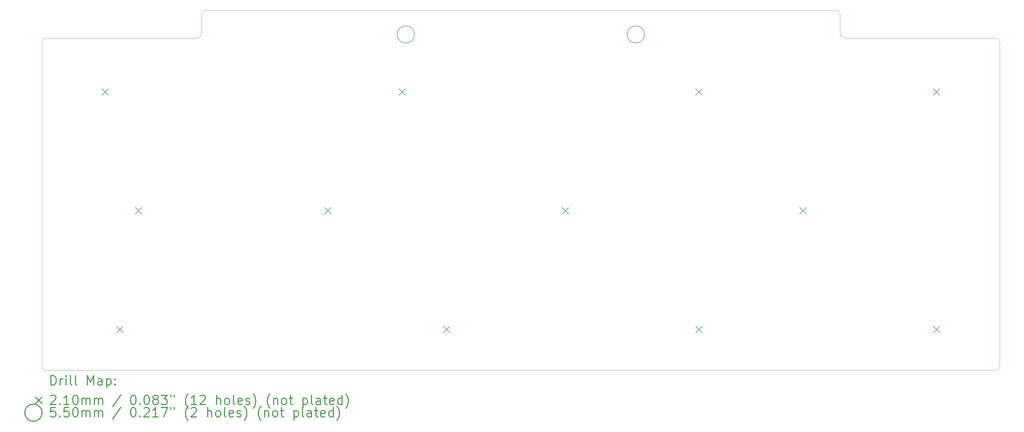
<source format=gbr>
%FSLAX45Y45*%
G04 Gerber Fmt 4.5, Leading zero omitted, Abs format (unit mm)*
G04 Created by KiCad (PCBNEW (5.1.8-0-10_14)) date 2021-11-24 06:39:21*
%MOMM*%
%LPD*%
G01*
G04 APERTURE LIST*
%TA.AperFunction,Profile*%
%ADD10C,0.050000*%
%TD*%
%ADD11C,0.200000*%
%ADD12C,0.300000*%
G04 APERTURE END LIST*
D10*
X-654844Y-13335011D02*
X-654844Y-13513605D01*
X-535782Y-13632668D02*
G75*
G02*
X-654844Y-13513605I0J119063D01*
G01*
X29944244Y-13632668D02*
X-535782Y-13632668D01*
X30063306Y-13513605D02*
X30063306Y-13335011D01*
X30063306Y-13513605D02*
G75*
G02*
X29944244Y-13632668I-119063J0D01*
G01*
X-654844Y-3095628D02*
X-654844Y-13335011D01*
X4583910Y-2083595D02*
X24824552Y-2083595D01*
X4464848Y-2202658D02*
G75*
G02*
X4583910Y-2083595I119063J0D01*
G01*
X4464848Y-2797971D02*
X4464848Y-2202658D01*
X4286254Y-2976565D02*
X-535782Y-2976565D01*
X4464848Y-2797971D02*
G75*
G02*
X4286254Y-2976565I-178594J0D01*
G01*
X-654844Y-3095628D02*
G75*
G02*
X-535782Y-2976565I119063J0D01*
G01*
X30063306Y-3095628D02*
X30063306Y-13335011D01*
X29944244Y-2976565D02*
G75*
G02*
X30063306Y-3095628I0J-119063D01*
G01*
X25122209Y-2976565D02*
X29944244Y-2976565D01*
X25122209Y-2976565D02*
G75*
G02*
X24943615Y-2797971I0J178594D01*
G01*
X24943615Y-2202658D02*
X24943615Y-2797971D01*
X24824552Y-2083595D02*
G75*
G02*
X24943615Y-2202658I0J-119063D01*
G01*
D11*
X1740470Y-12217979D02*
X1950470Y-12427979D01*
X1950470Y-12217979D02*
X1740470Y-12427979D01*
X12217979Y-12217979D02*
X12427979Y-12427979D01*
X12427979Y-12217979D02*
X12217979Y-12427979D01*
X20314236Y-12217979D02*
X20524236Y-12427979D01*
X20524236Y-12217979D02*
X20314236Y-12427979D01*
X27934242Y-12217979D02*
X28144242Y-12427979D01*
X28144242Y-12217979D02*
X27934242Y-12427979D01*
X23647989Y-8407976D02*
X23857989Y-8617976D01*
X23857989Y-8407976D02*
X23647989Y-8617976D01*
X16027982Y-8407976D02*
X16237982Y-8617976D01*
X16237982Y-8407976D02*
X16027982Y-8617976D01*
X8407976Y-8407976D02*
X8617976Y-8617976D01*
X8617976Y-8407976D02*
X8407976Y-8617976D01*
X2335783Y-8407976D02*
X2545783Y-8617976D01*
X2545783Y-8407976D02*
X2335783Y-8617976D01*
X27934242Y-4597973D02*
X28144242Y-4807973D01*
X28144242Y-4597973D02*
X27934242Y-4807973D01*
X20314236Y-4597973D02*
X20524236Y-4807973D01*
X20524236Y-4597973D02*
X20314236Y-4807973D01*
X10789228Y-4597973D02*
X10999228Y-4807973D01*
X10999228Y-4597973D02*
X10789228Y-4807973D01*
X1264220Y-4597973D02*
X1474220Y-4807973D01*
X1474220Y-4597973D02*
X1264220Y-4807973D01*
X11288290Y-2857502D02*
G75*
G03*
X11288290Y-2857502I-275000J0D01*
G01*
X18670172Y-2857502D02*
G75*
G03*
X18670172Y-2857502I-275000J0D01*
G01*
D12*
X-370916Y-14100882D02*
X-370916Y-13800882D01*
X-299487Y-13800882D01*
X-256630Y-13815168D01*
X-228059Y-13843739D01*
X-213773Y-13872311D01*
X-199487Y-13929453D01*
X-199487Y-13972311D01*
X-213773Y-14029453D01*
X-228059Y-14058025D01*
X-256630Y-14086596D01*
X-299487Y-14100882D01*
X-370916Y-14100882D01*
X-70916Y-14100882D02*
X-70916Y-13900882D01*
X-70916Y-13958025D02*
X-56630Y-13929453D01*
X-42344Y-13915168D01*
X-13773Y-13900882D01*
X14798Y-13900882D01*
X114798Y-14100882D02*
X114798Y-13900882D01*
X114798Y-13800882D02*
X100513Y-13815168D01*
X114798Y-13829453D01*
X129084Y-13815168D01*
X114798Y-13800882D01*
X114798Y-13829453D01*
X300513Y-14100882D02*
X271941Y-14086596D01*
X257655Y-14058025D01*
X257655Y-13800882D01*
X457655Y-14100882D02*
X429084Y-14086596D01*
X414798Y-14058025D01*
X414798Y-13800882D01*
X800513Y-14100882D02*
X800513Y-13800882D01*
X900513Y-14015168D01*
X1000513Y-13800882D01*
X1000513Y-14100882D01*
X1271941Y-14100882D02*
X1271941Y-13943739D01*
X1257656Y-13915168D01*
X1229084Y-13900882D01*
X1171941Y-13900882D01*
X1143370Y-13915168D01*
X1271941Y-14086596D02*
X1243370Y-14100882D01*
X1171941Y-14100882D01*
X1143370Y-14086596D01*
X1129084Y-14058025D01*
X1129084Y-14029453D01*
X1143370Y-14000882D01*
X1171941Y-13986596D01*
X1243370Y-13986596D01*
X1271941Y-13972311D01*
X1414798Y-13900882D02*
X1414798Y-14200882D01*
X1414798Y-13915168D02*
X1443370Y-13900882D01*
X1500513Y-13900882D01*
X1529084Y-13915168D01*
X1543370Y-13929453D01*
X1557655Y-13958025D01*
X1557655Y-14043739D01*
X1543370Y-14072311D01*
X1529084Y-14086596D01*
X1500513Y-14100882D01*
X1443370Y-14100882D01*
X1414798Y-14086596D01*
X1686227Y-14072311D02*
X1700513Y-14086596D01*
X1686227Y-14100882D01*
X1671941Y-14086596D01*
X1686227Y-14072311D01*
X1686227Y-14100882D01*
X1686227Y-13915168D02*
X1700513Y-13929453D01*
X1686227Y-13943739D01*
X1671941Y-13929453D01*
X1686227Y-13915168D01*
X1686227Y-13943739D01*
X-867344Y-14490168D02*
X-657344Y-14700168D01*
X-657344Y-14490168D02*
X-867344Y-14700168D01*
X-385201Y-14459453D02*
X-370916Y-14445168D01*
X-342344Y-14430882D01*
X-270916Y-14430882D01*
X-242344Y-14445168D01*
X-228059Y-14459453D01*
X-213773Y-14488025D01*
X-213773Y-14516596D01*
X-228059Y-14559453D01*
X-399487Y-14730882D01*
X-213773Y-14730882D01*
X-85202Y-14702311D02*
X-70916Y-14716596D01*
X-85202Y-14730882D01*
X-99487Y-14716596D01*
X-85202Y-14702311D01*
X-85202Y-14730882D01*
X214798Y-14730882D02*
X43370Y-14730882D01*
X129084Y-14730882D02*
X129084Y-14430882D01*
X100513Y-14473739D01*
X71941Y-14502311D01*
X43370Y-14516596D01*
X400513Y-14430882D02*
X429084Y-14430882D01*
X457656Y-14445168D01*
X471941Y-14459453D01*
X486227Y-14488025D01*
X500513Y-14545168D01*
X500513Y-14616596D01*
X486227Y-14673739D01*
X471941Y-14702311D01*
X457656Y-14716596D01*
X429084Y-14730882D01*
X400513Y-14730882D01*
X371941Y-14716596D01*
X357655Y-14702311D01*
X343370Y-14673739D01*
X329084Y-14616596D01*
X329084Y-14545168D01*
X343370Y-14488025D01*
X357655Y-14459453D01*
X371941Y-14445168D01*
X400513Y-14430882D01*
X629084Y-14730882D02*
X629084Y-14530882D01*
X629084Y-14559453D02*
X643370Y-14545168D01*
X671941Y-14530882D01*
X714798Y-14530882D01*
X743370Y-14545168D01*
X757655Y-14573739D01*
X757655Y-14730882D01*
X757655Y-14573739D02*
X771941Y-14545168D01*
X800513Y-14530882D01*
X843370Y-14530882D01*
X871941Y-14545168D01*
X886227Y-14573739D01*
X886227Y-14730882D01*
X1029084Y-14730882D02*
X1029084Y-14530882D01*
X1029084Y-14559453D02*
X1043370Y-14545168D01*
X1071941Y-14530882D01*
X1114798Y-14530882D01*
X1143370Y-14545168D01*
X1157656Y-14573739D01*
X1157656Y-14730882D01*
X1157656Y-14573739D02*
X1171941Y-14545168D01*
X1200513Y-14530882D01*
X1243370Y-14530882D01*
X1271941Y-14545168D01*
X1286227Y-14573739D01*
X1286227Y-14730882D01*
X1871941Y-14416596D02*
X1614798Y-14802311D01*
X2257656Y-14430882D02*
X2286227Y-14430882D01*
X2314798Y-14445168D01*
X2329084Y-14459453D01*
X2343370Y-14488025D01*
X2357656Y-14545168D01*
X2357656Y-14616596D01*
X2343370Y-14673739D01*
X2329084Y-14702311D01*
X2314798Y-14716596D01*
X2286227Y-14730882D01*
X2257656Y-14730882D01*
X2229084Y-14716596D01*
X2214798Y-14702311D01*
X2200513Y-14673739D01*
X2186227Y-14616596D01*
X2186227Y-14545168D01*
X2200513Y-14488025D01*
X2214798Y-14459453D01*
X2229084Y-14445168D01*
X2257656Y-14430882D01*
X2486227Y-14702311D02*
X2500513Y-14716596D01*
X2486227Y-14730882D01*
X2471941Y-14716596D01*
X2486227Y-14702311D01*
X2486227Y-14730882D01*
X2686227Y-14430882D02*
X2714798Y-14430882D01*
X2743370Y-14445168D01*
X2757656Y-14459453D01*
X2771941Y-14488025D01*
X2786227Y-14545168D01*
X2786227Y-14616596D01*
X2771941Y-14673739D01*
X2757656Y-14702311D01*
X2743370Y-14716596D01*
X2714798Y-14730882D01*
X2686227Y-14730882D01*
X2657656Y-14716596D01*
X2643370Y-14702311D01*
X2629084Y-14673739D01*
X2614798Y-14616596D01*
X2614798Y-14545168D01*
X2629084Y-14488025D01*
X2643370Y-14459453D01*
X2657656Y-14445168D01*
X2686227Y-14430882D01*
X2957656Y-14559453D02*
X2929084Y-14545168D01*
X2914798Y-14530882D01*
X2900513Y-14502311D01*
X2900513Y-14488025D01*
X2914798Y-14459453D01*
X2929084Y-14445168D01*
X2957656Y-14430882D01*
X3014798Y-14430882D01*
X3043370Y-14445168D01*
X3057656Y-14459453D01*
X3071941Y-14488025D01*
X3071941Y-14502311D01*
X3057656Y-14530882D01*
X3043370Y-14545168D01*
X3014798Y-14559453D01*
X2957656Y-14559453D01*
X2929084Y-14573739D01*
X2914798Y-14588025D01*
X2900513Y-14616596D01*
X2900513Y-14673739D01*
X2914798Y-14702311D01*
X2929084Y-14716596D01*
X2957656Y-14730882D01*
X3014798Y-14730882D01*
X3043370Y-14716596D01*
X3057656Y-14702311D01*
X3071941Y-14673739D01*
X3071941Y-14616596D01*
X3057656Y-14588025D01*
X3043370Y-14573739D01*
X3014798Y-14559453D01*
X3171941Y-14430882D02*
X3357655Y-14430882D01*
X3257655Y-14545168D01*
X3300513Y-14545168D01*
X3329084Y-14559453D01*
X3343370Y-14573739D01*
X3357655Y-14602311D01*
X3357655Y-14673739D01*
X3343370Y-14702311D01*
X3329084Y-14716596D01*
X3300513Y-14730882D01*
X3214798Y-14730882D01*
X3186227Y-14716596D01*
X3171941Y-14702311D01*
X3471941Y-14430882D02*
X3471941Y-14488025D01*
X3586227Y-14430882D02*
X3586227Y-14488025D01*
X4029084Y-14845168D02*
X4014798Y-14830882D01*
X3986227Y-14788025D01*
X3971941Y-14759453D01*
X3957655Y-14716596D01*
X3943370Y-14645168D01*
X3943370Y-14588025D01*
X3957655Y-14516596D01*
X3971941Y-14473739D01*
X3986227Y-14445168D01*
X4014798Y-14402311D01*
X4029084Y-14388025D01*
X4300513Y-14730882D02*
X4129084Y-14730882D01*
X4214798Y-14730882D02*
X4214798Y-14430882D01*
X4186227Y-14473739D01*
X4157655Y-14502311D01*
X4129084Y-14516596D01*
X4414798Y-14459453D02*
X4429084Y-14445168D01*
X4457656Y-14430882D01*
X4529084Y-14430882D01*
X4557656Y-14445168D01*
X4571941Y-14459453D01*
X4586227Y-14488025D01*
X4586227Y-14516596D01*
X4571941Y-14559453D01*
X4400513Y-14730882D01*
X4586227Y-14730882D01*
X4943370Y-14730882D02*
X4943370Y-14430882D01*
X5071941Y-14730882D02*
X5071941Y-14573739D01*
X5057656Y-14545168D01*
X5029084Y-14530882D01*
X4986227Y-14530882D01*
X4957656Y-14545168D01*
X4943370Y-14559453D01*
X5257656Y-14730882D02*
X5229084Y-14716596D01*
X5214798Y-14702311D01*
X5200513Y-14673739D01*
X5200513Y-14588025D01*
X5214798Y-14559453D01*
X5229084Y-14545168D01*
X5257656Y-14530882D01*
X5300513Y-14530882D01*
X5329084Y-14545168D01*
X5343370Y-14559453D01*
X5357656Y-14588025D01*
X5357656Y-14673739D01*
X5343370Y-14702311D01*
X5329084Y-14716596D01*
X5300513Y-14730882D01*
X5257656Y-14730882D01*
X5529084Y-14730882D02*
X5500513Y-14716596D01*
X5486227Y-14688025D01*
X5486227Y-14430882D01*
X5757656Y-14716596D02*
X5729084Y-14730882D01*
X5671941Y-14730882D01*
X5643370Y-14716596D01*
X5629084Y-14688025D01*
X5629084Y-14573739D01*
X5643370Y-14545168D01*
X5671941Y-14530882D01*
X5729084Y-14530882D01*
X5757656Y-14545168D01*
X5771941Y-14573739D01*
X5771941Y-14602311D01*
X5629084Y-14630882D01*
X5886227Y-14716596D02*
X5914798Y-14730882D01*
X5971941Y-14730882D01*
X6000513Y-14716596D01*
X6014798Y-14688025D01*
X6014798Y-14673739D01*
X6000513Y-14645168D01*
X5971941Y-14630882D01*
X5929084Y-14630882D01*
X5900513Y-14616596D01*
X5886227Y-14588025D01*
X5886227Y-14573739D01*
X5900513Y-14545168D01*
X5929084Y-14530882D01*
X5971941Y-14530882D01*
X6000513Y-14545168D01*
X6114798Y-14845168D02*
X6129084Y-14830882D01*
X6157656Y-14788025D01*
X6171941Y-14759453D01*
X6186227Y-14716596D01*
X6200513Y-14645168D01*
X6200513Y-14588025D01*
X6186227Y-14516596D01*
X6171941Y-14473739D01*
X6157656Y-14445168D01*
X6129084Y-14402311D01*
X6114798Y-14388025D01*
X6657655Y-14845168D02*
X6643370Y-14830882D01*
X6614798Y-14788025D01*
X6600513Y-14759453D01*
X6586227Y-14716596D01*
X6571941Y-14645168D01*
X6571941Y-14588025D01*
X6586227Y-14516596D01*
X6600513Y-14473739D01*
X6614798Y-14445168D01*
X6643370Y-14402311D01*
X6657655Y-14388025D01*
X6771941Y-14530882D02*
X6771941Y-14730882D01*
X6771941Y-14559453D02*
X6786227Y-14545168D01*
X6814798Y-14530882D01*
X6857655Y-14530882D01*
X6886227Y-14545168D01*
X6900513Y-14573739D01*
X6900513Y-14730882D01*
X7086227Y-14730882D02*
X7057655Y-14716596D01*
X7043370Y-14702311D01*
X7029084Y-14673739D01*
X7029084Y-14588025D01*
X7043370Y-14559453D01*
X7057655Y-14545168D01*
X7086227Y-14530882D01*
X7129084Y-14530882D01*
X7157655Y-14545168D01*
X7171941Y-14559453D01*
X7186227Y-14588025D01*
X7186227Y-14673739D01*
X7171941Y-14702311D01*
X7157655Y-14716596D01*
X7129084Y-14730882D01*
X7086227Y-14730882D01*
X7271941Y-14530882D02*
X7386227Y-14530882D01*
X7314798Y-14430882D02*
X7314798Y-14688025D01*
X7329084Y-14716596D01*
X7357656Y-14730882D01*
X7386227Y-14730882D01*
X7714798Y-14530882D02*
X7714798Y-14830882D01*
X7714798Y-14545168D02*
X7743370Y-14530882D01*
X7800513Y-14530882D01*
X7829084Y-14545168D01*
X7843370Y-14559453D01*
X7857656Y-14588025D01*
X7857656Y-14673739D01*
X7843370Y-14702311D01*
X7829084Y-14716596D01*
X7800513Y-14730882D01*
X7743370Y-14730882D01*
X7714798Y-14716596D01*
X8029084Y-14730882D02*
X8000513Y-14716596D01*
X7986227Y-14688025D01*
X7986227Y-14430882D01*
X8271941Y-14730882D02*
X8271941Y-14573739D01*
X8257655Y-14545168D01*
X8229084Y-14530882D01*
X8171941Y-14530882D01*
X8143370Y-14545168D01*
X8271941Y-14716596D02*
X8243370Y-14730882D01*
X8171941Y-14730882D01*
X8143370Y-14716596D01*
X8129084Y-14688025D01*
X8129084Y-14659453D01*
X8143370Y-14630882D01*
X8171941Y-14616596D01*
X8243370Y-14616596D01*
X8271941Y-14602311D01*
X8371941Y-14530882D02*
X8486227Y-14530882D01*
X8414798Y-14430882D02*
X8414798Y-14688025D01*
X8429084Y-14716596D01*
X8457656Y-14730882D01*
X8486227Y-14730882D01*
X8700513Y-14716596D02*
X8671941Y-14730882D01*
X8614798Y-14730882D01*
X8586227Y-14716596D01*
X8571941Y-14688025D01*
X8571941Y-14573739D01*
X8586227Y-14545168D01*
X8614798Y-14530882D01*
X8671941Y-14530882D01*
X8700513Y-14545168D01*
X8714798Y-14573739D01*
X8714798Y-14602311D01*
X8571941Y-14630882D01*
X8971941Y-14730882D02*
X8971941Y-14430882D01*
X8971941Y-14716596D02*
X8943370Y-14730882D01*
X8886227Y-14730882D01*
X8857656Y-14716596D01*
X8843370Y-14702311D01*
X8829084Y-14673739D01*
X8829084Y-14588025D01*
X8843370Y-14559453D01*
X8857656Y-14545168D01*
X8886227Y-14530882D01*
X8943370Y-14530882D01*
X8971941Y-14545168D01*
X9086227Y-14845168D02*
X9100513Y-14830882D01*
X9129084Y-14788025D01*
X9143370Y-14759453D01*
X9157656Y-14716596D01*
X9171941Y-14645168D01*
X9171941Y-14588025D01*
X9157656Y-14516596D01*
X9143370Y-14473739D01*
X9129084Y-14445168D01*
X9100513Y-14402311D01*
X9086227Y-14388025D01*
X-657344Y-14991168D02*
G75*
G03*
X-657344Y-14991168I-275000J0D01*
G01*
X-228059Y-14826882D02*
X-370916Y-14826882D01*
X-385201Y-14969739D01*
X-370916Y-14955453D01*
X-342344Y-14941168D01*
X-270916Y-14941168D01*
X-242344Y-14955453D01*
X-228059Y-14969739D01*
X-213773Y-14998311D01*
X-213773Y-15069739D01*
X-228059Y-15098311D01*
X-242344Y-15112596D01*
X-270916Y-15126882D01*
X-342344Y-15126882D01*
X-370916Y-15112596D01*
X-385201Y-15098311D01*
X-85202Y-15098311D02*
X-70916Y-15112596D01*
X-85202Y-15126882D01*
X-99487Y-15112596D01*
X-85202Y-15098311D01*
X-85202Y-15126882D01*
X200513Y-14826882D02*
X57656Y-14826882D01*
X43370Y-14969739D01*
X57656Y-14955453D01*
X86227Y-14941168D01*
X157656Y-14941168D01*
X186227Y-14955453D01*
X200513Y-14969739D01*
X214798Y-14998311D01*
X214798Y-15069739D01*
X200513Y-15098311D01*
X186227Y-15112596D01*
X157656Y-15126882D01*
X86227Y-15126882D01*
X57656Y-15112596D01*
X43370Y-15098311D01*
X400513Y-14826882D02*
X429084Y-14826882D01*
X457656Y-14841168D01*
X471941Y-14855453D01*
X486227Y-14884025D01*
X500513Y-14941168D01*
X500513Y-15012596D01*
X486227Y-15069739D01*
X471941Y-15098311D01*
X457656Y-15112596D01*
X429084Y-15126882D01*
X400513Y-15126882D01*
X371941Y-15112596D01*
X357655Y-15098311D01*
X343370Y-15069739D01*
X329084Y-15012596D01*
X329084Y-14941168D01*
X343370Y-14884025D01*
X357655Y-14855453D01*
X371941Y-14841168D01*
X400513Y-14826882D01*
X629084Y-15126882D02*
X629084Y-14926882D01*
X629084Y-14955453D02*
X643370Y-14941168D01*
X671941Y-14926882D01*
X714798Y-14926882D01*
X743370Y-14941168D01*
X757655Y-14969739D01*
X757655Y-15126882D01*
X757655Y-14969739D02*
X771941Y-14941168D01*
X800513Y-14926882D01*
X843370Y-14926882D01*
X871941Y-14941168D01*
X886227Y-14969739D01*
X886227Y-15126882D01*
X1029084Y-15126882D02*
X1029084Y-14926882D01*
X1029084Y-14955453D02*
X1043370Y-14941168D01*
X1071941Y-14926882D01*
X1114798Y-14926882D01*
X1143370Y-14941168D01*
X1157656Y-14969739D01*
X1157656Y-15126882D01*
X1157656Y-14969739D02*
X1171941Y-14941168D01*
X1200513Y-14926882D01*
X1243370Y-14926882D01*
X1271941Y-14941168D01*
X1286227Y-14969739D01*
X1286227Y-15126882D01*
X1871941Y-14812596D02*
X1614798Y-15198311D01*
X2257656Y-14826882D02*
X2286227Y-14826882D01*
X2314798Y-14841168D01*
X2329084Y-14855453D01*
X2343370Y-14884025D01*
X2357656Y-14941168D01*
X2357656Y-15012596D01*
X2343370Y-15069739D01*
X2329084Y-15098311D01*
X2314798Y-15112596D01*
X2286227Y-15126882D01*
X2257656Y-15126882D01*
X2229084Y-15112596D01*
X2214798Y-15098311D01*
X2200513Y-15069739D01*
X2186227Y-15012596D01*
X2186227Y-14941168D01*
X2200513Y-14884025D01*
X2214798Y-14855453D01*
X2229084Y-14841168D01*
X2257656Y-14826882D01*
X2486227Y-15098311D02*
X2500513Y-15112596D01*
X2486227Y-15126882D01*
X2471941Y-15112596D01*
X2486227Y-15098311D01*
X2486227Y-15126882D01*
X2614798Y-14855453D02*
X2629084Y-14841168D01*
X2657656Y-14826882D01*
X2729084Y-14826882D01*
X2757656Y-14841168D01*
X2771941Y-14855453D01*
X2786227Y-14884025D01*
X2786227Y-14912596D01*
X2771941Y-14955453D01*
X2600513Y-15126882D01*
X2786227Y-15126882D01*
X3071941Y-15126882D02*
X2900513Y-15126882D01*
X2986227Y-15126882D02*
X2986227Y-14826882D01*
X2957656Y-14869739D01*
X2929084Y-14898311D01*
X2900513Y-14912596D01*
X3171941Y-14826882D02*
X3371941Y-14826882D01*
X3243370Y-15126882D01*
X3471941Y-14826882D02*
X3471941Y-14884025D01*
X3586227Y-14826882D02*
X3586227Y-14884025D01*
X4029084Y-15241168D02*
X4014798Y-15226882D01*
X3986227Y-15184025D01*
X3971941Y-15155453D01*
X3957655Y-15112596D01*
X3943370Y-15041168D01*
X3943370Y-14984025D01*
X3957655Y-14912596D01*
X3971941Y-14869739D01*
X3986227Y-14841168D01*
X4014798Y-14798311D01*
X4029084Y-14784025D01*
X4129084Y-14855453D02*
X4143370Y-14841168D01*
X4171941Y-14826882D01*
X4243370Y-14826882D01*
X4271941Y-14841168D01*
X4286227Y-14855453D01*
X4300513Y-14884025D01*
X4300513Y-14912596D01*
X4286227Y-14955453D01*
X4114798Y-15126882D01*
X4300513Y-15126882D01*
X4657656Y-15126882D02*
X4657656Y-14826882D01*
X4786227Y-15126882D02*
X4786227Y-14969739D01*
X4771941Y-14941168D01*
X4743370Y-14926882D01*
X4700513Y-14926882D01*
X4671941Y-14941168D01*
X4657656Y-14955453D01*
X4971941Y-15126882D02*
X4943370Y-15112596D01*
X4929084Y-15098311D01*
X4914798Y-15069739D01*
X4914798Y-14984025D01*
X4929084Y-14955453D01*
X4943370Y-14941168D01*
X4971941Y-14926882D01*
X5014798Y-14926882D01*
X5043370Y-14941168D01*
X5057656Y-14955453D01*
X5071941Y-14984025D01*
X5071941Y-15069739D01*
X5057656Y-15098311D01*
X5043370Y-15112596D01*
X5014798Y-15126882D01*
X4971941Y-15126882D01*
X5243370Y-15126882D02*
X5214798Y-15112596D01*
X5200513Y-15084025D01*
X5200513Y-14826882D01*
X5471941Y-15112596D02*
X5443370Y-15126882D01*
X5386227Y-15126882D01*
X5357656Y-15112596D01*
X5343370Y-15084025D01*
X5343370Y-14969739D01*
X5357656Y-14941168D01*
X5386227Y-14926882D01*
X5443370Y-14926882D01*
X5471941Y-14941168D01*
X5486227Y-14969739D01*
X5486227Y-14998311D01*
X5343370Y-15026882D01*
X5600513Y-15112596D02*
X5629084Y-15126882D01*
X5686227Y-15126882D01*
X5714798Y-15112596D01*
X5729084Y-15084025D01*
X5729084Y-15069739D01*
X5714798Y-15041168D01*
X5686227Y-15026882D01*
X5643370Y-15026882D01*
X5614798Y-15012596D01*
X5600513Y-14984025D01*
X5600513Y-14969739D01*
X5614798Y-14941168D01*
X5643370Y-14926882D01*
X5686227Y-14926882D01*
X5714798Y-14941168D01*
X5829084Y-15241168D02*
X5843370Y-15226882D01*
X5871941Y-15184025D01*
X5886227Y-15155453D01*
X5900513Y-15112596D01*
X5914798Y-15041168D01*
X5914798Y-14984025D01*
X5900513Y-14912596D01*
X5886227Y-14869739D01*
X5871941Y-14841168D01*
X5843370Y-14798311D01*
X5829084Y-14784025D01*
X6371941Y-15241168D02*
X6357656Y-15226882D01*
X6329084Y-15184025D01*
X6314798Y-15155453D01*
X6300513Y-15112596D01*
X6286227Y-15041168D01*
X6286227Y-14984025D01*
X6300513Y-14912596D01*
X6314798Y-14869739D01*
X6329084Y-14841168D01*
X6357656Y-14798311D01*
X6371941Y-14784025D01*
X6486227Y-14926882D02*
X6486227Y-15126882D01*
X6486227Y-14955453D02*
X6500513Y-14941168D01*
X6529084Y-14926882D01*
X6571941Y-14926882D01*
X6600513Y-14941168D01*
X6614798Y-14969739D01*
X6614798Y-15126882D01*
X6800513Y-15126882D02*
X6771941Y-15112596D01*
X6757656Y-15098311D01*
X6743370Y-15069739D01*
X6743370Y-14984025D01*
X6757656Y-14955453D01*
X6771941Y-14941168D01*
X6800513Y-14926882D01*
X6843370Y-14926882D01*
X6871941Y-14941168D01*
X6886227Y-14955453D01*
X6900513Y-14984025D01*
X6900513Y-15069739D01*
X6886227Y-15098311D01*
X6871941Y-15112596D01*
X6843370Y-15126882D01*
X6800513Y-15126882D01*
X6986227Y-14926882D02*
X7100513Y-14926882D01*
X7029084Y-14826882D02*
X7029084Y-15084025D01*
X7043370Y-15112596D01*
X7071941Y-15126882D01*
X7100513Y-15126882D01*
X7429084Y-14926882D02*
X7429084Y-15226882D01*
X7429084Y-14941168D02*
X7457656Y-14926882D01*
X7514798Y-14926882D01*
X7543370Y-14941168D01*
X7557656Y-14955453D01*
X7571941Y-14984025D01*
X7571941Y-15069739D01*
X7557656Y-15098311D01*
X7543370Y-15112596D01*
X7514798Y-15126882D01*
X7457656Y-15126882D01*
X7429084Y-15112596D01*
X7743370Y-15126882D02*
X7714798Y-15112596D01*
X7700513Y-15084025D01*
X7700513Y-14826882D01*
X7986227Y-15126882D02*
X7986227Y-14969739D01*
X7971941Y-14941168D01*
X7943370Y-14926882D01*
X7886227Y-14926882D01*
X7857656Y-14941168D01*
X7986227Y-15112596D02*
X7957656Y-15126882D01*
X7886227Y-15126882D01*
X7857656Y-15112596D01*
X7843370Y-15084025D01*
X7843370Y-15055453D01*
X7857656Y-15026882D01*
X7886227Y-15012596D01*
X7957656Y-15012596D01*
X7986227Y-14998311D01*
X8086227Y-14926882D02*
X8200513Y-14926882D01*
X8129084Y-14826882D02*
X8129084Y-15084025D01*
X8143370Y-15112596D01*
X8171941Y-15126882D01*
X8200513Y-15126882D01*
X8414798Y-15112596D02*
X8386227Y-15126882D01*
X8329084Y-15126882D01*
X8300513Y-15112596D01*
X8286227Y-15084025D01*
X8286227Y-14969739D01*
X8300513Y-14941168D01*
X8329084Y-14926882D01*
X8386227Y-14926882D01*
X8414798Y-14941168D01*
X8429084Y-14969739D01*
X8429084Y-14998311D01*
X8286227Y-15026882D01*
X8686227Y-15126882D02*
X8686227Y-14826882D01*
X8686227Y-15112596D02*
X8657656Y-15126882D01*
X8600513Y-15126882D01*
X8571941Y-15112596D01*
X8557656Y-15098311D01*
X8543370Y-15069739D01*
X8543370Y-14984025D01*
X8557656Y-14955453D01*
X8571941Y-14941168D01*
X8600513Y-14926882D01*
X8657656Y-14926882D01*
X8686227Y-14941168D01*
X8800513Y-15241168D02*
X8814798Y-15226882D01*
X8843370Y-15184025D01*
X8857656Y-15155453D01*
X8871941Y-15112596D01*
X8886227Y-15041168D01*
X8886227Y-14984025D01*
X8871941Y-14912596D01*
X8857656Y-14869739D01*
X8843370Y-14841168D01*
X8814798Y-14798311D01*
X8800513Y-14784025D01*
M02*

</source>
